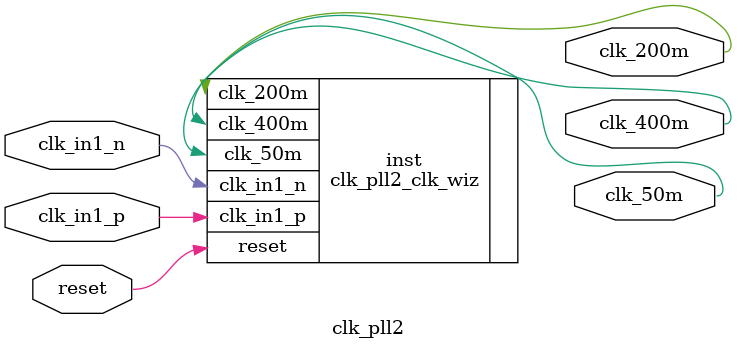
<source format=v>


`timescale 1ps/1ps

(* CORE_GENERATION_INFO = "clk_pll2,clk_wiz_v6_0_2_0_0,{component_name=clk_pll2,use_phase_alignment=true,use_min_o_jitter=false,use_max_i_jitter=false,use_dyn_phase_shift=false,use_inclk_switchover=false,use_dyn_reconfig=false,enable_axi=0,feedback_source=FDBK_AUTO,PRIMITIVE=MMCM,num_out_clk=3,clkin1_period=5.000,clkin2_period=10.0,use_power_down=false,use_reset=true,use_locked=false,use_inclk_stopped=false,feedback_type=SINGLE,CLOCK_MGR_TYPE=NA,manual_override=false}" *)

module clk_pll2 
 (
  // Clock out ports
  output        clk_200m,
  output        clk_400m,
  output        clk_50m,
  // Status and control signals
  input         reset,
 // Clock in ports
  input         clk_in1_p,
  input         clk_in1_n
 );

  clk_pll2_clk_wiz inst
  (
  // Clock out ports  
  .clk_200m(clk_200m),
  .clk_400m(clk_400m),
  .clk_50m(clk_50m),
  // Status and control signals               
  .reset(reset), 
 // Clock in ports
  .clk_in1_p(clk_in1_p),
  .clk_in1_n(clk_in1_n)
  );

endmodule

</source>
